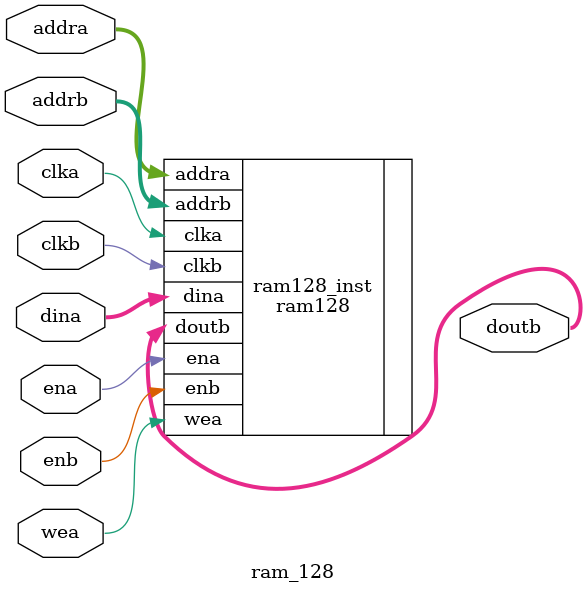
<source format=v>
`timescale 1ns / 1ps


module ram_128(
    input wire clka               ,
    input wire ena                ,
    input wire [0 : 0] wea        ,
    input wire [6 : 0] addra      ,
    input wire [31 : 0] dina      ,
    input wire clkb               ,
    input wire enb                ,
    input wire [6 : 0] addrb      ,
    output wire [31 : 0] doutb     
);
    
ram128 ram128_inst (
  .clka(clka),    // input wire clka
  .ena(ena),      // input wire ena
  .wea(wea),      // input wire [0 : 0] wea
  .addra(addra),  // input wire [6 : 0] addra
  .dina(dina),    // input wire [31 : 0] dina
  .clkb(clkb),    // input wire clkb
  .enb(enb),      // input wire enb
  .addrb(addrb),  // input wire [6 : 0] addrb
  .doutb(doutb)  // output wire [31 : 0] doutb
);
endmodule

</source>
